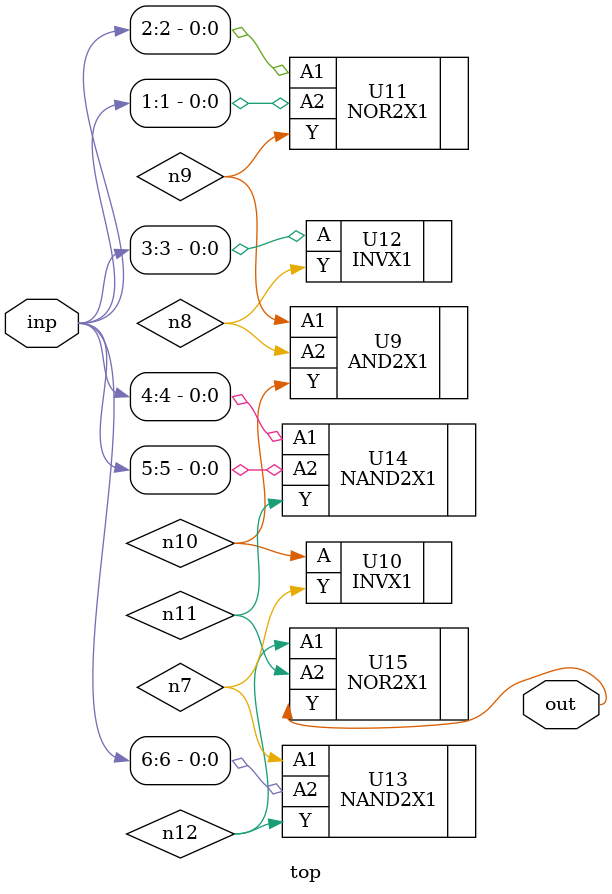
<source format=sv>


module top ( inp, out );
  input [6:0] inp;
  output out;
  wire   n7, n8, n9, n10, n11, n12;

  AND2X1 U9 ( .A1(n9), .A2(n8), .Y(n10) );
  INVX1 U10 ( .A(n10), .Y(n7) );
  NOR2X1 U11 ( .A1(inp[2]), .A2(inp[1]), .Y(n9) );
  INVX1 U12 ( .A(inp[3]), .Y(n8) );
  NAND2X1 U13 ( .A1(n7), .A2(inp[6]), .Y(n12) );
  NAND2X1 U14 ( .A1(inp[4]), .A2(inp[5]), .Y(n11) );
  NOR2X1 U15 ( .A1(n12), .A2(n11), .Y(out) );
endmodule


</source>
